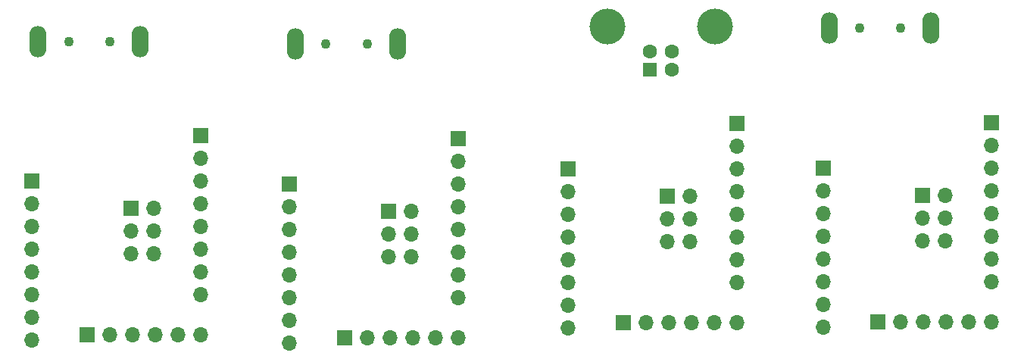
<source format=gbr>
%TF.GenerationSoftware,KiCad,Pcbnew,(6.0.5)*%
%TF.CreationDate,2023-04-25T20:10:58+03:00*%
%TF.ProjectId,AT90USB162,41543930-5553-4423-9136-322e6b696361,rev?*%
%TF.SameCoordinates,Original*%
%TF.FileFunction,Soldermask,Bot*%
%TF.FilePolarity,Negative*%
%FSLAX46Y46*%
G04 Gerber Fmt 4.6, Leading zero omitted, Abs format (unit mm)*
G04 Created by KiCad (PCBNEW (6.0.5)) date 2023-04-25 20:10:58*
%MOMM*%
%LPD*%
G01*
G04 APERTURE LIST*
%ADD10R,1.700000X1.700000*%
%ADD11O,1.700000X1.700000*%
%ADD12C,1.100000*%
%ADD13O,1.900000X3.500000*%
%ADD14R,1.600000X1.600000*%
%ADD15C,1.600000*%
%ADD16C,4.000000*%
G04 APERTURE END LIST*
D10*
%TO.C,REF\u002A\u002A*%
X123794000Y-92897000D03*
D11*
X123794000Y-95437000D03*
X123794000Y-97977000D03*
X123794000Y-100517000D03*
X123794000Y-103057000D03*
X123794000Y-105597000D03*
X123794000Y-108137000D03*
X123794000Y-110677000D03*
%TD*%
D10*
%TO.C,REF\u002A\u002A*%
X163400000Y-95875000D03*
D11*
X165940000Y-95875000D03*
X163400000Y-98415000D03*
X165940000Y-98415000D03*
X163400000Y-100955000D03*
X165940000Y-100955000D03*
%TD*%
D12*
%TO.C,USB_0*%
X156400000Y-77206250D03*
X161000000Y-77206250D03*
D13*
X153000000Y-77206250D03*
X164400000Y-77206250D03*
%TD*%
D10*
%TO.C,REF\u002A\u002A*%
X171150000Y-87750000D03*
D11*
X171150000Y-90290000D03*
X171150000Y-92830000D03*
X171150000Y-95370000D03*
X171150000Y-97910000D03*
X171150000Y-100450000D03*
X171150000Y-102990000D03*
X171150000Y-105530000D03*
%TD*%
D10*
%TO.C,REF\u002A\u002A*%
X82730000Y-89200000D03*
D11*
X82730000Y-91740000D03*
X82730000Y-94280000D03*
X82730000Y-96820000D03*
X82730000Y-99360000D03*
X82730000Y-101900000D03*
X82730000Y-104440000D03*
X82730000Y-106980000D03*
%TD*%
D10*
%TO.C,REF\u002A\u002A*%
X103741500Y-97624500D03*
D11*
X106281500Y-97624500D03*
X103741500Y-100164500D03*
X106281500Y-100164500D03*
X103741500Y-102704500D03*
X106281500Y-102704500D03*
%TD*%
D10*
%TO.C,REF\u002A\u002A*%
X92641500Y-94584500D03*
D11*
X92641500Y-97124500D03*
X92641500Y-99664500D03*
X92641500Y-102204500D03*
X92641500Y-104744500D03*
X92641500Y-107284500D03*
X92641500Y-109824500D03*
X92641500Y-112364500D03*
%TD*%
D12*
%TO.C,USB_0*%
X72580000Y-78656250D03*
X67980000Y-78656250D03*
D13*
X64580000Y-78656250D03*
X75980000Y-78656250D03*
%TD*%
D10*
%TO.C,REF\u002A\u002A*%
X98816500Y-111799500D03*
D11*
X101356500Y-111799500D03*
X103896500Y-111799500D03*
X106436500Y-111799500D03*
X108976500Y-111799500D03*
X111516500Y-111799500D03*
%TD*%
D10*
%TO.C,REF\u002A\u002A*%
X134894000Y-95937000D03*
D11*
X137434000Y-95937000D03*
X134894000Y-98477000D03*
X137434000Y-98477000D03*
X134894000Y-101017000D03*
X137434000Y-101017000D03*
%TD*%
D10*
%TO.C,REF\u002A\u002A*%
X74980000Y-97325000D03*
D11*
X77520000Y-97325000D03*
X74980000Y-99865000D03*
X77520000Y-99865000D03*
X74980000Y-102405000D03*
X77520000Y-102405000D03*
%TD*%
D10*
%TO.C,REF\u002A\u002A*%
X63880000Y-94285000D03*
D11*
X63880000Y-96825000D03*
X63880000Y-99365000D03*
X63880000Y-101905000D03*
X63880000Y-104445000D03*
X63880000Y-106985000D03*
X63880000Y-109525000D03*
X63880000Y-112065000D03*
%TD*%
D14*
%TO.C,USB*%
X132944000Y-81837000D03*
D15*
X135444000Y-81837000D03*
X135444000Y-79837000D03*
X132944000Y-79837000D03*
D16*
X128194000Y-76977000D03*
X140194000Y-76977000D03*
%TD*%
D10*
%TO.C,REF\u002A\u002A*%
X158475000Y-110050000D03*
D11*
X161015000Y-110050000D03*
X163555000Y-110050000D03*
X166095000Y-110050000D03*
X168635000Y-110050000D03*
X171175000Y-110050000D03*
%TD*%
D10*
%TO.C,REF\u002A\u002A*%
X111491500Y-89499500D03*
D11*
X111491500Y-92039500D03*
X111491500Y-94579500D03*
X111491500Y-97119500D03*
X111491500Y-99659500D03*
X111491500Y-102199500D03*
X111491500Y-104739500D03*
X111491500Y-107279500D03*
%TD*%
D10*
%TO.C,REF\u002A\u002A*%
X152300000Y-92835000D03*
D11*
X152300000Y-95375000D03*
X152300000Y-97915000D03*
X152300000Y-100455000D03*
X152300000Y-102995000D03*
X152300000Y-105535000D03*
X152300000Y-108075000D03*
X152300000Y-110615000D03*
%TD*%
D12*
%TO.C,USB_0*%
X101341500Y-78955750D03*
X96741500Y-78955750D03*
D13*
X104741500Y-78955750D03*
X93341500Y-78955750D03*
%TD*%
D10*
%TO.C,REF\u002A\u002A*%
X70055000Y-111500000D03*
D11*
X72595000Y-111500000D03*
X75135000Y-111500000D03*
X77675000Y-111500000D03*
X80215000Y-111500000D03*
X82755000Y-111500000D03*
%TD*%
D10*
%TO.C,REF\u002A\u002A*%
X129969000Y-110112000D03*
D11*
X132509000Y-110112000D03*
X135049000Y-110112000D03*
X137589000Y-110112000D03*
X140129000Y-110112000D03*
X142669000Y-110112000D03*
%TD*%
D10*
%TO.C,REF\u002A\u002A*%
X142644000Y-87812000D03*
D11*
X142644000Y-90352000D03*
X142644000Y-92892000D03*
X142644000Y-95432000D03*
X142644000Y-97972000D03*
X142644000Y-100512000D03*
X142644000Y-103052000D03*
X142644000Y-105592000D03*
%TD*%
M02*

</source>
